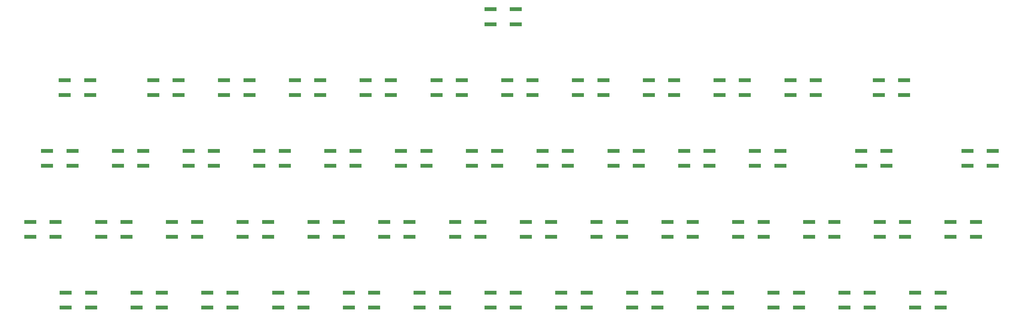
<source format=gbp>
G04 #@! TF.GenerationSoftware,KiCad,Pcbnew,(5.1.10)-1*
G04 #@! TF.CreationDate,2022-01-19T11:14:15-05:00*
G04 #@! TF.ProjectId,CoCo1SwitchBoard,436f436f-3153-4776-9974-6368426f6172,1.0*
G04 #@! TF.SameCoordinates,Original*
G04 #@! TF.FileFunction,Paste,Bot*
G04 #@! TF.FilePolarity,Positive*
%FSLAX46Y46*%
G04 Gerber Fmt 4.6, Leading zero omitted, Abs format (unit mm)*
G04 Created by KiCad (PCBNEW (5.1.10)-1) date 2022-01-19 11:14:15*
%MOMM*%
%LPD*%
G01*
G04 APERTURE LIST*
%ADD10R,3.200000X1.000000*%
G04 APERTURE END LIST*
D10*
X247650000Y71000000D03*
X240850000Y71000000D03*
X240850000Y67000000D03*
X247650000Y67000000D03*
X29150000Y71000000D03*
X22350000Y71000000D03*
X22350000Y67000000D03*
X29150000Y67000000D03*
X223900000Y71000000D03*
X217100000Y71000000D03*
X217100000Y67000000D03*
X223900000Y67000000D03*
X143400000Y14000000D03*
X136600000Y14000000D03*
X136600000Y10000000D03*
X143400000Y10000000D03*
X143400000Y90000000D03*
X136600000Y90000000D03*
X136600000Y86000000D03*
X143400000Y86000000D03*
X57900000Y33000000D03*
X51100000Y33000000D03*
X51100000Y29000000D03*
X57900000Y29000000D03*
X190900000Y33000000D03*
X184100000Y33000000D03*
X184100000Y29000000D03*
X190900000Y29000000D03*
X119400000Y52000000D03*
X112600000Y52000000D03*
X112600000Y48000000D03*
X119400000Y48000000D03*
X204900000Y71000000D03*
X198100000Y71000000D03*
X198100000Y67000000D03*
X204900000Y67000000D03*
X124400000Y14000000D03*
X117600000Y14000000D03*
X117600000Y10000000D03*
X124400000Y10000000D03*
X266900000Y33000000D03*
X260100000Y33000000D03*
X260100000Y29000000D03*
X266900000Y29000000D03*
X109900000Y71000000D03*
X103100000Y71000000D03*
X103100000Y67000000D03*
X109900000Y67000000D03*
X147900000Y71000000D03*
X141100000Y71000000D03*
X141100000Y67000000D03*
X147900000Y67000000D03*
X100400000Y52000000D03*
X93600000Y52000000D03*
X93600000Y48000000D03*
X100400000Y48000000D03*
X238400000Y14000000D03*
X231600000Y14000000D03*
X231600000Y10000000D03*
X238400000Y10000000D03*
X105400000Y14000000D03*
X98600000Y14000000D03*
X98600000Y10000000D03*
X105400000Y10000000D03*
X247900000Y33000000D03*
X241100000Y33000000D03*
X241100000Y29000000D03*
X247900000Y29000000D03*
X152900000Y33000000D03*
X146100000Y33000000D03*
X146100000Y29000000D03*
X152900000Y29000000D03*
X166900000Y71000000D03*
X160100000Y71000000D03*
X160100000Y67000000D03*
X166900000Y67000000D03*
X76900000Y33000000D03*
X70100000Y33000000D03*
X70100000Y29000000D03*
X76900000Y29000000D03*
X185900000Y71000000D03*
X179100000Y71000000D03*
X179100000Y67000000D03*
X185900000Y67000000D03*
X86400000Y14000000D03*
X79600000Y14000000D03*
X79600000Y10000000D03*
X86400000Y10000000D03*
X24400000Y52000000D03*
X17600000Y52000000D03*
X17600000Y48000000D03*
X24400000Y48000000D03*
X114900000Y33000000D03*
X108100000Y33000000D03*
X108100000Y29000000D03*
X114900000Y29000000D03*
X195400000Y52000000D03*
X188600000Y52000000D03*
X188600000Y48000000D03*
X195400000Y48000000D03*
X81400000Y52000000D03*
X74600000Y52000000D03*
X74600000Y48000000D03*
X81400000Y48000000D03*
X214400000Y52000000D03*
X207600000Y52000000D03*
X207600000Y48000000D03*
X214400000Y48000000D03*
X67400000Y14000000D03*
X60600000Y14000000D03*
X60600000Y10000000D03*
X67400000Y10000000D03*
X19900000Y33000000D03*
X13100000Y33000000D03*
X13100000Y29000000D03*
X19900000Y29000000D03*
X62400000Y52000000D03*
X55600000Y52000000D03*
X55600000Y48000000D03*
X62400000Y48000000D03*
X176400000Y52000000D03*
X169600000Y52000000D03*
X169600000Y48000000D03*
X176400000Y48000000D03*
X90900000Y71000000D03*
X84100000Y71000000D03*
X84100000Y67000000D03*
X90900000Y67000000D03*
X257400000Y14000000D03*
X250600000Y14000000D03*
X250600000Y10000000D03*
X257400000Y10000000D03*
X219400000Y14000000D03*
X212600000Y14000000D03*
X212600000Y10000000D03*
X219400000Y10000000D03*
X48400000Y14000000D03*
X41600000Y14000000D03*
X41600000Y10000000D03*
X48400000Y10000000D03*
X52900000Y71000000D03*
X46100000Y71000000D03*
X46100000Y67000000D03*
X52900000Y67000000D03*
X95900000Y33000000D03*
X89100000Y33000000D03*
X89100000Y29000000D03*
X95900000Y29000000D03*
X157400000Y52000000D03*
X150600000Y52000000D03*
X150600000Y48000000D03*
X157400000Y48000000D03*
X128900000Y71000000D03*
X122100000Y71000000D03*
X122100000Y67000000D03*
X128900000Y67000000D03*
X271400000Y52000000D03*
X264600000Y52000000D03*
X264600000Y48000000D03*
X271400000Y48000000D03*
X181400000Y14000000D03*
X174600000Y14000000D03*
X174600000Y10000000D03*
X181400000Y10000000D03*
X29400000Y14000000D03*
X22600000Y14000000D03*
X22600000Y10000000D03*
X29400000Y10000000D03*
X133900000Y33000000D03*
X127100000Y33000000D03*
X127100000Y29000000D03*
X133900000Y29000000D03*
X38900000Y33000000D03*
X32100000Y33000000D03*
X32100000Y29000000D03*
X38900000Y29000000D03*
X171900000Y33000000D03*
X165100000Y33000000D03*
X165100000Y29000000D03*
X171900000Y29000000D03*
X43400000Y52000000D03*
X36600000Y52000000D03*
X36600000Y48000000D03*
X43400000Y48000000D03*
X242900000Y52000000D03*
X236100000Y52000000D03*
X236100000Y48000000D03*
X242900000Y48000000D03*
X162400000Y14000000D03*
X155600000Y14000000D03*
X155600000Y10000000D03*
X162400000Y10000000D03*
X200400000Y14000000D03*
X193600000Y14000000D03*
X193600000Y10000000D03*
X200400000Y10000000D03*
X71900000Y71000000D03*
X65100000Y71000000D03*
X65100000Y67000000D03*
X71900000Y67000000D03*
X209900000Y33000000D03*
X203100000Y33000000D03*
X203100000Y29000000D03*
X209900000Y29000000D03*
X138400000Y52000000D03*
X131600000Y52000000D03*
X131600000Y48000000D03*
X138400000Y48000000D03*
X228900000Y33000000D03*
X222100000Y33000000D03*
X222100000Y29000000D03*
X228900000Y29000000D03*
M02*

</source>
